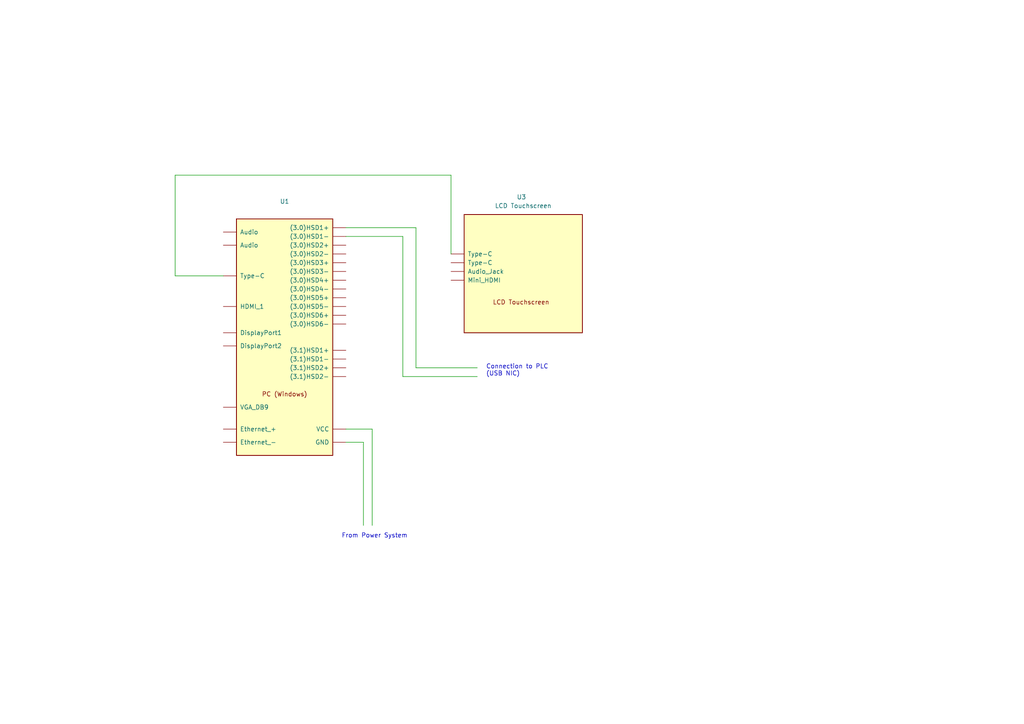
<source format=kicad_sch>
(kicad_sch (version 20211123) (generator eeschema)

  (uuid e63e39d7-6ac0-4ffd-8aa3-1841a4541b55)

  (paper "A4")

  (lib_symbols
    (symbol "8035_1" (pin_names (offset 1.016)) (in_bom yes) (on_board yes)
      (property "Reference" "U1" (id 0) (at 0 39.37 0)
        (effects (font (size 1.27 1.27)))
      )
      (property "Value" "ThinkCentre" (id 1) (at 0 36.83 0)
        (effects (font (size 1.27 1.27)))
      )
      (property "Footprint" "" (id 2) (at 0 17.78 0)
        (effects (font (size 1.27 1.27)) hide)
      )
      (property "Datasheet" "" (id 3) (at 0 17.78 0)
        (effects (font (size 1.27 1.27)) hide)
      )
      (property "ki_keywords" "MCS-48 uC Microcontroller" (id 4) (at 0 0 0)
        (effects (font (size 1.27 1.27)) hide)
      )
      (property "ki_description" "MCS-48 8-bit Microcontroller, No (EP)ROM, 64B RAM, DIP-40" (id 5) (at 0 0 0)
        (effects (font (size 1.27 1.27)) hide)
      )
      (property "ki_fp_filters" "DIP* PDIP*" (id 6) (at 0 0 0)
        (effects (font (size 1.27 1.27)) hide)
      )
      (symbol "8035_1_0_0"
        (text "PC (Windows)" (at 0 -16.51 0)
          (effects (font (size 1.27 1.27)))
        )
      )
      (symbol "8035_1_1_1"
        (rectangle (start -13.97 -34.29) (end 13.97 34.29)
          (stroke (width 0.254) (type default) (color 0 0 0 0))
          (fill (type background))
        )
        (pin bidirectional line (at 17.78 31.75 180) (length 3.81)
          (name "(3.0)HSD1+" (effects (font (size 1.27 1.27))))
          (number "" (effects (font (size 1.27 1.27))))
        )
        (pin bidirectional line (at 17.78 29.21 180) (length 3.81)
          (name "(3.0)HSD1-" (effects (font (size 1.27 1.27))))
          (number "" (effects (font (size 1.27 1.27))))
        )
        (pin bidirectional line (at 17.78 26.67 180) (length 3.81)
          (name "(3.0)HSD2+" (effects (font (size 1.27 1.27))))
          (number "" (effects (font (size 1.27 1.27))))
        )
        (pin bidirectional line (at 17.78 24.13 180) (length 3.81)
          (name "(3.0)HSD2-" (effects (font (size 1.27 1.27))))
          (number "" (effects (font (size 1.27 1.27))))
        )
        (pin bidirectional line (at 17.78 21.59 180) (length 3.81)
          (name "(3.0)HSD3+" (effects (font (size 1.27 1.27))))
          (number "" (effects (font (size 1.27 1.27))))
        )
        (pin bidirectional line (at 17.78 19.05 180) (length 3.81)
          (name "(3.0)HSD3-" (effects (font (size 1.27 1.27))))
          (number "" (effects (font (size 1.27 1.27))))
        )
        (pin bidirectional line (at 17.78 16.51 180) (length 3.81)
          (name "(3.0)HSD4+" (effects (font (size 1.27 1.27))))
          (number "" (effects (font (size 1.27 1.27))))
        )
        (pin bidirectional line (at 17.78 13.97 180) (length 3.81)
          (name "(3.0)HSD4-" (effects (font (size 1.27 1.27))))
          (number "" (effects (font (size 1.27 1.27))))
        )
        (pin bidirectional line (at 17.78 11.43 180) (length 3.81)
          (name "(3.0)HSD5+" (effects (font (size 1.27 1.27))))
          (number "" (effects (font (size 1.27 1.27))))
        )
        (pin bidirectional line (at 17.78 8.89 180) (length 3.81)
          (name "(3.0)HSD5-" (effects (font (size 1.27 1.27))))
          (number "" (effects (font (size 1.27 1.27))))
        )
        (pin bidirectional line (at 17.78 6.35 180) (length 3.81)
          (name "(3.0)HSD6+" (effects (font (size 1.27 1.27))))
          (number "" (effects (font (size 1.27 1.27))))
        )
        (pin bidirectional line (at 17.78 3.81 180) (length 3.81)
          (name "(3.0)HSD6-" (effects (font (size 1.27 1.27))))
          (number "" (effects (font (size 1.27 1.27))))
        )
        (pin bidirectional line (at 17.78 -3.81 180) (length 3.81)
          (name "(3.1)HSD1+" (effects (font (size 1.27 1.27))))
          (number "" (effects (font (size 1.27 1.27))))
        )
        (pin bidirectional line (at 17.78 -6.35 180) (length 3.81)
          (name "(3.1)HSD1-" (effects (font (size 1.27 1.27))))
          (number "" (effects (font (size 1.27 1.27))))
        )
        (pin bidirectional line (at 17.78 -8.89 180) (length 3.81)
          (name "(3.1)HSD2+" (effects (font (size 1.27 1.27))))
          (number "" (effects (font (size 1.27 1.27))))
        )
        (pin bidirectional line (at 17.78 -11.43 180) (length 3.81)
          (name "(3.1)HSD2-" (effects (font (size 1.27 1.27))))
          (number "" (effects (font (size 1.27 1.27))))
        )
        (pin bidirectional line (at -17.78 26.67 0) (length 3.81)
          (name "Audio" (effects (font (size 1.27 1.27))))
          (number "" (effects (font (size 1.27 1.27))))
        )
        (pin bidirectional line (at -17.78 30.48 0) (length 3.81)
          (name "Audio" (effects (font (size 1.27 1.27))))
          (number "" (effects (font (size 1.27 1.27))))
        )
        (pin bidirectional line (at -17.78 1.27 0) (length 3.81)
          (name "DisplayPort1" (effects (font (size 1.27 1.27))))
          (number "" (effects (font (size 1.27 1.27))))
        )
        (pin bidirectional line (at -17.78 -2.54 0) (length 3.81)
          (name "DisplayPort2" (effects (font (size 1.27 1.27))))
          (number "" (effects (font (size 1.27 1.27))))
        )
        (pin bidirectional line (at -17.78 -26.67 0) (length 3.81)
          (name "Ethernet_+" (effects (font (size 1.27 1.27))))
          (number "" (effects (font (size 1.27 1.27))))
        )
        (pin bidirectional line (at -17.78 -30.48 0) (length 3.81)
          (name "Ethernet_-" (effects (font (size 1.27 1.27))))
          (number "" (effects (font (size 1.27 1.27))))
        )
        (pin output line (at 17.78 -30.48 180) (length 3.81)
          (name "GND" (effects (font (size 1.27 1.27))))
          (number "" (effects (font (size 1.27 1.27))))
        )
        (pin bidirectional line (at -17.78 8.89 0) (length 3.81)
          (name "HDMI_1" (effects (font (size 1.27 1.27))))
          (number "" (effects (font (size 1.27 1.27))))
        )
        (pin bidirectional line (at -17.78 17.78 0) (length 3.81)
          (name "Type-C" (effects (font (size 1.27 1.27))))
          (number "" (effects (font (size 1.27 1.27))))
        )
        (pin power_in line (at 17.78 -26.67 180) (length 3.81)
          (name "VCC" (effects (font (size 1.27 1.27))))
          (number "" (effects (font (size 1.27 1.27))))
        )
        (pin bidirectional line (at -17.78 -20.32 0) (length 3.81)
          (name "VGA_DB9" (effects (font (size 1.27 1.27))))
          (number "" (effects (font (size 1.27 1.27))))
        )
      )
    )
    (symbol "8035_3" (pin_names (offset 1.016)) (in_bom yes) (on_board yes)
      (property "Reference" "U3" (id 0) (at -1.27 21.59 0)
        (effects (font (size 1.27 1.27)) (justify left))
      )
      (property "Value" "LCD Touchscreen" (id 1) (at -7.62 19.05 0)
        (effects (font (size 1.27 1.27)) (justify left))
      )
      (property "Footprint" "" (id 2) (at 0 5.08 0)
        (effects (font (size 1.27 1.27)) hide)
      )
      (property "Datasheet" "" (id 3) (at 0 5.08 0)
        (effects (font (size 1.27 1.27)) hide)
      )
      (property "ki_keywords" "MCS-48 uC Microcontroller" (id 4) (at 0 0 0)
        (effects (font (size 1.27 1.27)) hide)
      )
      (property "ki_description" "MCS-48 8-bit Microcontroller, No (EP)ROM, 64B RAM, DIP-40" (id 5) (at 0 0 0)
        (effects (font (size 1.27 1.27)) hide)
      )
      (property "ki_fp_filters" "DIP* PDIP*" (id 6) (at 0 0 0)
        (effects (font (size 1.27 1.27)) hide)
      )
      (symbol "8035_3_0_0"
        (text "LCD Touchscreen" (at 0 -8.89 0)
          (effects (font (size 1.27 1.27)))
        )
      )
      (symbol "8035_3_1_1"
        (rectangle (start -16.51 16.51) (end 17.78 -17.78)
          (stroke (width 0.254) (type default) (color 0 0 0 0))
          (fill (type background))
        )
        (pin bidirectional line (at -20.32 0 0) (length 3.81)
          (name "Audio_Jack" (effects (font (size 1.27 1.27))))
          (number "" (effects (font (size 1.27 1.27))))
        )
        (pin bidirectional line (at -20.32 -2.54 0) (length 3.81)
          (name "Mini_HDMI" (effects (font (size 1.27 1.27))))
          (number "" (effects (font (size 1.27 1.27))))
        )
        (pin bidirectional line (at -20.32 2.54 0) (length 3.81)
          (name "Type-C" (effects (font (size 1.27 1.27))))
          (number "" (effects (font (size 1.27 1.27))))
        )
        (pin bidirectional line (at -20.32 5.08 0) (length 3.81)
          (name "Type-C" (effects (font (size 1.27 1.27))))
          (number "" (effects (font (size 1.27 1.27))))
        )
      )
    )
  )


  (wire (pts (xy 116.84 68.58) (xy 116.84 109.22))
    (stroke (width 0) (type default) (color 0 0 0 0))
    (uuid 1c4b6843-707c-430c-8810-ddb2bb837942)
  )
  (wire (pts (xy 116.84 109.22) (xy 138.43 109.22))
    (stroke (width 0) (type default) (color 0 0 0 0))
    (uuid 24baa286-8691-441a-b5c1-e1e340cdea8b)
  )
  (wire (pts (xy 50.8 50.8) (xy 130.81 50.8))
    (stroke (width 0) (type default) (color 0 0 0 0))
    (uuid 4a1c1ce8-b326-4628-9609-11908b0b5d69)
  )
  (wire (pts (xy 100.33 124.46) (xy 107.95 124.46))
    (stroke (width 0) (type default) (color 0 0 0 0))
    (uuid 4c03f1c3-2e3e-4216-be78-9f2f69f3c392)
  )
  (wire (pts (xy 120.65 106.68) (xy 138.43 106.68))
    (stroke (width 0) (type default) (color 0 0 0 0))
    (uuid 551888fb-83da-4ce3-a2ea-880e9015f591)
  )
  (wire (pts (xy 130.81 50.8) (xy 130.81 73.66))
    (stroke (width 0) (type default) (color 0 0 0 0))
    (uuid 607020c4-d541-4e15-9642-204b10db1915)
  )
  (wire (pts (xy 100.33 68.58) (xy 116.84 68.58))
    (stroke (width 0) (type default) (color 0 0 0 0))
    (uuid 6e042708-dae8-4a8e-b9a1-230f4f5f9093)
  )
  (wire (pts (xy 50.8 50.8) (xy 50.8 80.01))
    (stroke (width 0) (type default) (color 0 0 0 0))
    (uuid 8a7baec5-b348-40e7-b697-9585fa5f4e29)
  )
  (wire (pts (xy 107.95 124.46) (xy 107.95 152.4))
    (stroke (width 0) (type default) (color 0 0 0 0))
    (uuid 8f98f5c9-12c6-4cf8-9d35-d0804c4af913)
  )
  (wire (pts (xy 50.8 80.01) (xy 64.77 80.01))
    (stroke (width 0) (type default) (color 0 0 0 0))
    (uuid a444e0cb-2881-4908-8356-9871cc72a91a)
  )
  (wire (pts (xy 120.65 66.04) (xy 120.65 106.68))
    (stroke (width 0) (type default) (color 0 0 0 0))
    (uuid b3b0a878-d074-467d-961d-074542162315)
  )
  (wire (pts (xy 105.41 128.27) (xy 105.41 152.4))
    (stroke (width 0) (type default) (color 0 0 0 0))
    (uuid b527ad5c-569e-4b62-9bfc-691dc02a09db)
  )
  (wire (pts (xy 100.33 66.04) (xy 120.65 66.04))
    (stroke (width 0) (type default) (color 0 0 0 0))
    (uuid c43c86c1-34ff-4467-a761-e6c436bc6c58)
  )
  (wire (pts (xy 100.33 128.27) (xy 105.41 128.27))
    (stroke (width 0) (type default) (color 0 0 0 0))
    (uuid c69cb397-e37d-442a-a23e-edcfe9821a0d)
  )

  (text "Connection to PLC 	\n(USB NIC)\n" (at 140.97 109.22 0)
    (effects (font (size 1.27 1.27)) (justify left bottom))
    (uuid 3a4876b4-4177-481c-9dc3-59b2f3c2f33f)
  )
  (text "From Power System\n" (at 99.06 156.21 0)
    (effects (font (size 1.27 1.27)) (justify left bottom))
    (uuid 976bd0d8-e86e-4629-a9b0-41de537f1f3a)
  )

  (symbol (lib_name "8035_1") (lib_id "MCU_Intel:8035") (at 82.55 97.79 0) (unit 1)
    (in_bom yes) (on_board yes) (fields_autoplaced)
    (uuid 3a4876b4-4177-481c-9dc3-59b2f3c2f33f)
    (property "Reference" "U1" (id 0) (at 82.55 58.42 0))
    (property "Value" "" (id 1) (at 82.55 60.96 0))
    (property "Footprint" "" (id 2) (at 82.55 80.01 0)
      (effects (font (size 1.27 1.27)) hide)
    )
    (property "Datasheet" "" (id 3) (at 82.55 80.01 0)
      (effects (font (size 1.27 1.27)) hide)
    )
    (pin "" (uuid 83c39d0b-a012-450c-8ee3-db9822bd5c75))
    (pin "" (uuid 83c39d0b-a012-450c-8ee3-db9822bd5c75))
    (pin "" (uuid 83c39d0b-a012-450c-8ee3-db9822bd5c75))
    (pin "" (uuid 83c39d0b-a012-450c-8ee3-db9822bd5c75))
    (pin "" (uuid 83c39d0b-a012-450c-8ee3-db9822bd5c75))
    (pin "" (uuid 83c39d0b-a012-450c-8ee3-db9822bd5c75))
    (pin "" (uuid 83c39d0b-a012-450c-8ee3-db9822bd5c75))
    (pin "" (uuid 83c39d0b-a012-450c-8ee3-db9822bd5c75))
    (pin "" (uuid 83c39d0b-a012-450c-8ee3-db9822bd5c75))
    (pin "" (uuid 83c39d0b-a012-450c-8ee3-db9822bd5c75))
    (pin "" (uuid 83c39d0b-a012-450c-8ee3-db9822bd5c75))
    (pin "" (uuid 83c39d0b-a012-450c-8ee3-db9822bd5c75))
    (pin "" (uuid 83c39d0b-a012-450c-8ee3-db9822bd5c75))
    (pin "" (uuid 83c39d0b-a012-450c-8ee3-db9822bd5c75))
    (pin "" (uuid 83c39d0b-a012-450c-8ee3-db9822bd5c75))
    (pin "" (uuid 83c39d0b-a012-450c-8ee3-db9822bd5c75))
    (pin "" (uuid 83c39d0b-a012-450c-8ee3-db9822bd5c75))
    (pin "" (uuid 83c39d0b-a012-450c-8ee3-db9822bd5c75))
    (pin "" (uuid 83c39d0b-a012-450c-8ee3-db9822bd5c75))
    (pin "" (uuid 83c39d0b-a012-450c-8ee3-db9822bd5c75))
    (pin "" (uuid 83c39d0b-a012-450c-8ee3-db9822bd5c75))
    (pin "" (uuid 83c39d0b-a012-450c-8ee3-db9822bd5c75))
    (pin "" (uuid 83c39d0b-a012-450c-8ee3-db9822bd5c75))
    (pin "" (uuid 83c39d0b-a012-450c-8ee3-db9822bd5c75))
    (pin "" (uuid 83c39d0b-a012-450c-8ee3-db9822bd5c75))
    (pin "" (uuid 83c39d0b-a012-450c-8ee3-db9822bd5c75))
    (pin "" (uuid 83c39d0b-a012-450c-8ee3-db9822bd5c75))
  )

  (symbol (lib_name "8035_3") (lib_id "MCU_Intel:8035") (at 151.13 78.74 0) (unit 1)
    (in_bom yes) (on_board yes)
    (uuid 8ae35b74-9c13-46b2-8c8c-d56eb665c383)
    (property "Reference" "U3" (id 0) (at 149.86 57.15 0)
      (effects (font (size 1.27 1.27)) (justify left))
    )
    (property "Value" "LCD Touchscreen" (id 1) (at 143.51 59.69 0)
      (effects (font (size 1.27 1.27)) (justify left))
    )
    (property "Footprint" "" (id 2) (at 151.13 73.66 0)
      (effects (font (size 1.27 1.27)) hide)
    )
    (property "Datasheet" "" (id 3) (at 151.13 73.66 0)
      (effects (font (size 1.27 1.27)) hide)
    )
    (pin "" (uuid 857d45c3-eaa4-4496-8042-0b3c64d4b787))
    (pin "" (uuid 857d45c3-eaa4-4496-8042-0b3c64d4b787))
    (pin "" (uuid 857d45c3-eaa4-4496-8042-0b3c64d4b787))
    (pin "" (uuid 857d45c3-eaa4-4496-8042-0b3c64d4b787))
  )

  (sheet_instances
    (path "/" (page "1"))
  )

  (symbol_instances
    (path "/3a4876b4-4177-481c-9dc3-59b2f3c2f33f"
      (reference "U1") (unit 1) (value "ThinkCentre") (footprint "")
    )
    (path "/8ae35b74-9c13-46b2-8c8c-d56eb665c383"
      (reference "U3") (unit 1) (value "LCD Touchscreen") (footprint "")
    )
  )
)

</source>
